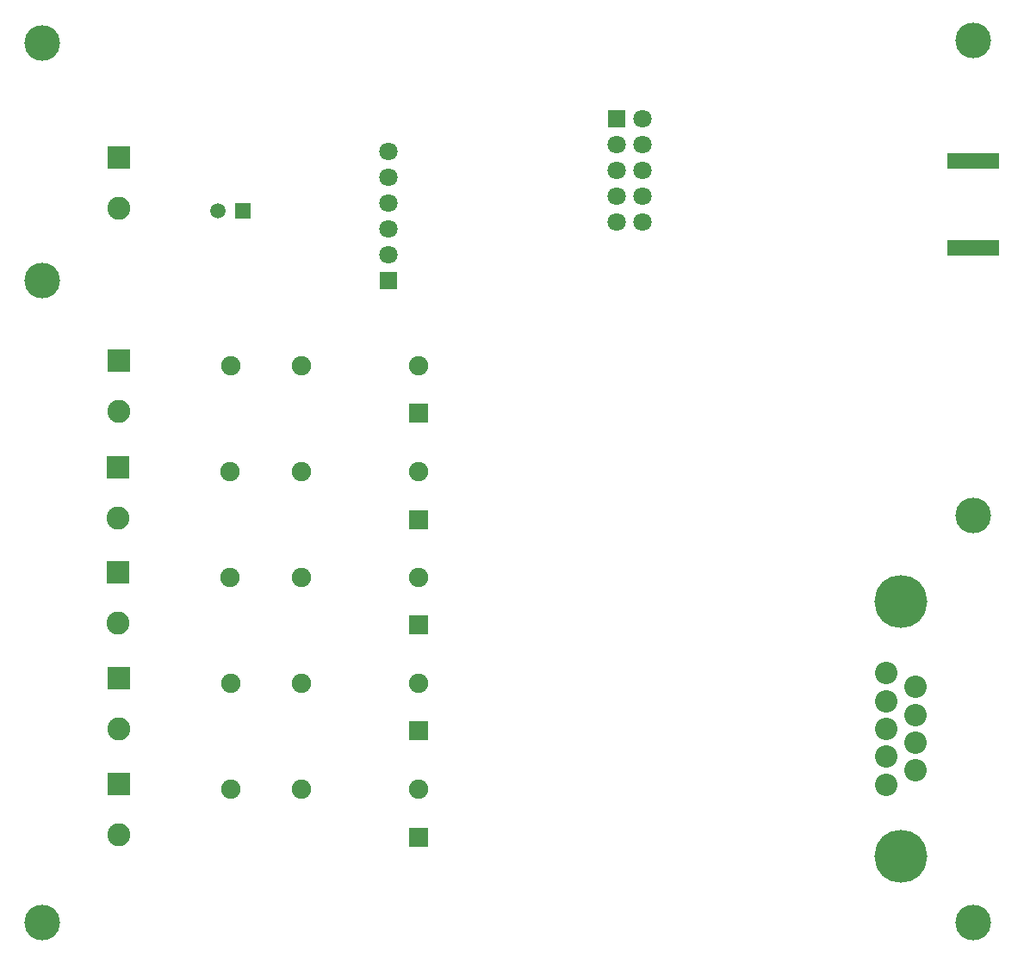
<source format=gbs>
G04*
G04 #@! TF.GenerationSoftware,Altium Limited,Altium Designer,19.0.15 (446)*
G04*
G04 Layer_Color=16711935*
%FSLAX25Y25*%
%MOIN*%
G70*
G01*
G75*
%ADD49R,0.20485X0.06312*%
%ADD58C,0.13792*%
%ADD59R,0.08871X0.08871*%
%ADD60C,0.08871*%
%ADD61C,0.07493*%
%ADD62R,0.07493X0.07493*%
%ADD63C,0.20485*%
%ADD64C,0.08674*%
%ADD65C,0.07099*%
%ADD66R,0.07099X0.07099*%
%ADD67R,0.05918X0.05918*%
%ADD68C,0.05918*%
D49*
X470472Y442392D02*
D03*
Y408927D02*
D03*
D58*
X110236Y396024D02*
D03*
X470472Y305118D02*
D03*
X110236Y488189D02*
D03*
X470472Y489173D02*
D03*
Y147638D02*
D03*
X110236D02*
D03*
D59*
X139764Y443898D02*
D03*
Y365305D02*
D03*
Y201083D02*
D03*
Y242224D02*
D03*
X139610Y283169D02*
D03*
Y324016D02*
D03*
D60*
X139764Y424213D02*
D03*
Y345620D02*
D03*
Y181398D02*
D03*
Y222539D02*
D03*
X139610Y263484D02*
D03*
Y304331D02*
D03*
D61*
X183071Y363337D02*
D03*
X210630D02*
D03*
X255906D02*
D03*
X183071Y199114D02*
D03*
X210630D02*
D03*
X255906D02*
D03*
X183071Y240256D02*
D03*
X210630D02*
D03*
X255906D02*
D03*
X182917Y281201D02*
D03*
X210476D02*
D03*
X255752D02*
D03*
X182917Y322047D02*
D03*
X210476D02*
D03*
X255752D02*
D03*
D62*
X255906Y344833D02*
D03*
Y180610D02*
D03*
Y221752D02*
D03*
X255752Y262697D02*
D03*
Y303543D02*
D03*
D63*
X442598Y173356D02*
D03*
Y271781D02*
D03*
D64*
X448189Y206388D02*
D03*
Y217175D02*
D03*
Y227963D02*
D03*
Y238750D02*
D03*
X437008Y200994D02*
D03*
Y211782D02*
D03*
Y222569D02*
D03*
Y233356D02*
D03*
Y244144D02*
D03*
D65*
X332520Y418819D02*
D03*
Y428819D02*
D03*
Y438819D02*
D03*
Y448819D02*
D03*
X342520Y418819D02*
D03*
Y428819D02*
D03*
Y438819D02*
D03*
Y448819D02*
D03*
Y458819D02*
D03*
X244151Y436024D02*
D03*
Y426024D02*
D03*
Y416024D02*
D03*
Y406024D02*
D03*
Y446024D02*
D03*
D66*
X332520Y458819D02*
D03*
X244151Y396024D02*
D03*
D67*
X187992Y423228D02*
D03*
D68*
X178150D02*
D03*
M02*

</source>
